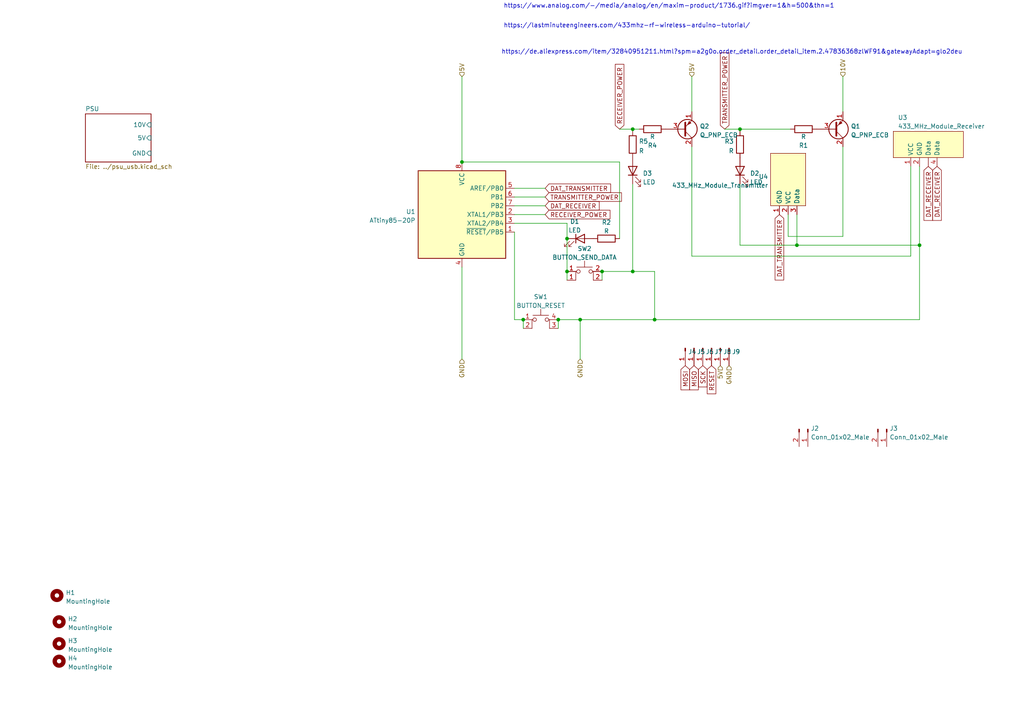
<source format=kicad_sch>
(kicad_sch (version 20211123) (generator eeschema)

  (uuid e63e39d7-6ac0-4ffd-8aa3-1841a4541b55)

  (paper "A4")

  (lib_symbols
    (symbol "Connector:Conn_01x01_Male" (pin_names (offset 1.016) hide) (in_bom yes) (on_board yes)
      (property "Reference" "J" (id 0) (at 0 2.54 0)
        (effects (font (size 1.27 1.27)))
      )
      (property "Value" "Conn_01x01_Male" (id 1) (at 0 -2.54 0)
        (effects (font (size 1.27 1.27)))
      )
      (property "Footprint" "" (id 2) (at 0 0 0)
        (effects (font (size 1.27 1.27)) hide)
      )
      (property "Datasheet" "~" (id 3) (at 0 0 0)
        (effects (font (size 1.27 1.27)) hide)
      )
      (property "ki_keywords" "connector" (id 4) (at 0 0 0)
        (effects (font (size 1.27 1.27)) hide)
      )
      (property "ki_description" "Generic connector, single row, 01x01, script generated (kicad-library-utils/schlib/autogen/connector/)" (id 5) (at 0 0 0)
        (effects (font (size 1.27 1.27)) hide)
      )
      (property "ki_fp_filters" "Connector*:*" (id 6) (at 0 0 0)
        (effects (font (size 1.27 1.27)) hide)
      )
      (symbol "Conn_01x01_Male_1_1"
        (polyline
          (pts
            (xy 1.27 0)
            (xy 0.8636 0)
          )
          (stroke (width 0.1524) (type default) (color 0 0 0 0))
          (fill (type none))
        )
        (rectangle (start 0.8636 0.127) (end 0 -0.127)
          (stroke (width 0.1524) (type default) (color 0 0 0 0))
          (fill (type outline))
        )
        (pin passive line (at 5.08 0 180) (length 3.81)
          (name "Pin_1" (effects (font (size 1.27 1.27))))
          (number "1" (effects (font (size 1.27 1.27))))
        )
      )
    )
    (symbol "Connector:Conn_01x02_Male" (pin_names (offset 1.016) hide) (in_bom yes) (on_board yes)
      (property "Reference" "J" (id 0) (at 0 2.54 0)
        (effects (font (size 1.27 1.27)))
      )
      (property "Value" "Conn_01x02_Male" (id 1) (at 0 -5.08 0)
        (effects (font (size 1.27 1.27)))
      )
      (property "Footprint" "" (id 2) (at 0 0 0)
        (effects (font (size 1.27 1.27)) hide)
      )
      (property "Datasheet" "~" (id 3) (at 0 0 0)
        (effects (font (size 1.27 1.27)) hide)
      )
      (property "ki_keywords" "connector" (id 4) (at 0 0 0)
        (effects (font (size 1.27 1.27)) hide)
      )
      (property "ki_description" "Generic connector, single row, 01x02, script generated (kicad-library-utils/schlib/autogen/connector/)" (id 5) (at 0 0 0)
        (effects (font (size 1.27 1.27)) hide)
      )
      (property "ki_fp_filters" "Connector*:*_1x??_*" (id 6) (at 0 0 0)
        (effects (font (size 1.27 1.27)) hide)
      )
      (symbol "Conn_01x02_Male_1_1"
        (polyline
          (pts
            (xy 1.27 -2.54)
            (xy 0.8636 -2.54)
          )
          (stroke (width 0.1524) (type default) (color 0 0 0 0))
          (fill (type none))
        )
        (polyline
          (pts
            (xy 1.27 0)
            (xy 0.8636 0)
          )
          (stroke (width 0.1524) (type default) (color 0 0 0 0))
          (fill (type none))
        )
        (rectangle (start 0.8636 -2.413) (end 0 -2.667)
          (stroke (width 0.1524) (type default) (color 0 0 0 0))
          (fill (type outline))
        )
        (rectangle (start 0.8636 0.127) (end 0 -0.127)
          (stroke (width 0.1524) (type default) (color 0 0 0 0))
          (fill (type outline))
        )
        (pin passive line (at 5.08 0 180) (length 3.81)
          (name "Pin_1" (effects (font (size 1.27 1.27))))
          (number "1" (effects (font (size 1.27 1.27))))
        )
        (pin passive line (at 5.08 -2.54 180) (length 3.81)
          (name "Pin_2" (effects (font (size 1.27 1.27))))
          (number "2" (effects (font (size 1.27 1.27))))
        )
      )
    )
    (symbol "Device:LED" (pin_numbers hide) (pin_names (offset 1.016) hide) (in_bom yes) (on_board yes)
      (property "Reference" "D" (id 0) (at 0 2.54 0)
        (effects (font (size 1.27 1.27)))
      )
      (property "Value" "LED" (id 1) (at 0 -2.54 0)
        (effects (font (size 1.27 1.27)))
      )
      (property "Footprint" "" (id 2) (at 0 0 0)
        (effects (font (size 1.27 1.27)) hide)
      )
      (property "Datasheet" "~" (id 3) (at 0 0 0)
        (effects (font (size 1.27 1.27)) hide)
      )
      (property "ki_keywords" "LED diode" (id 4) (at 0 0 0)
        (effects (font (size 1.27 1.27)) hide)
      )
      (property "ki_description" "Light emitting diode" (id 5) (at 0 0 0)
        (effects (font (size 1.27 1.27)) hide)
      )
      (property "ki_fp_filters" "LED* LED_SMD:* LED_THT:*" (id 6) (at 0 0 0)
        (effects (font (size 1.27 1.27)) hide)
      )
      (symbol "LED_0_1"
        (polyline
          (pts
            (xy -1.27 -1.27)
            (xy -1.27 1.27)
          )
          (stroke (width 0.254) (type default) (color 0 0 0 0))
          (fill (type none))
        )
        (polyline
          (pts
            (xy -1.27 0)
            (xy 1.27 0)
          )
          (stroke (width 0) (type default) (color 0 0 0 0))
          (fill (type none))
        )
        (polyline
          (pts
            (xy 1.27 -1.27)
            (xy 1.27 1.27)
            (xy -1.27 0)
            (xy 1.27 -1.27)
          )
          (stroke (width 0.254) (type default) (color 0 0 0 0))
          (fill (type none))
        )
        (polyline
          (pts
            (xy -3.048 -0.762)
            (xy -4.572 -2.286)
            (xy -3.81 -2.286)
            (xy -4.572 -2.286)
            (xy -4.572 -1.524)
          )
          (stroke (width 0) (type default) (color 0 0 0 0))
          (fill (type none))
        )
        (polyline
          (pts
            (xy -1.778 -0.762)
            (xy -3.302 -2.286)
            (xy -2.54 -2.286)
            (xy -3.302 -2.286)
            (xy -3.302 -1.524)
          )
          (stroke (width 0) (type default) (color 0 0 0 0))
          (fill (type none))
        )
      )
      (symbol "LED_1_1"
        (pin passive line (at -3.81 0 0) (length 2.54)
          (name "K" (effects (font (size 1.27 1.27))))
          (number "1" (effects (font (size 1.27 1.27))))
        )
        (pin passive line (at 3.81 0 180) (length 2.54)
          (name "A" (effects (font (size 1.27 1.27))))
          (number "2" (effects (font (size 1.27 1.27))))
        )
      )
    )
    (symbol "Device:Q_PNP_ECB" (pin_names (offset 0) hide) (in_bom yes) (on_board yes)
      (property "Reference" "Q" (id 0) (at 5.08 1.27 0)
        (effects (font (size 1.27 1.27)) (justify left))
      )
      (property "Value" "Q_PNP_ECB" (id 1) (at 5.08 -1.27 0)
        (effects (font (size 1.27 1.27)) (justify left))
      )
      (property "Footprint" "" (id 2) (at 5.08 2.54 0)
        (effects (font (size 1.27 1.27)) hide)
      )
      (property "Datasheet" "~" (id 3) (at 0 0 0)
        (effects (font (size 1.27 1.27)) hide)
      )
      (property "ki_keywords" "transistor PNP" (id 4) (at 0 0 0)
        (effects (font (size 1.27 1.27)) hide)
      )
      (property "ki_description" "PNP transistor, emitter/collector/base" (id 5) (at 0 0 0)
        (effects (font (size 1.27 1.27)) hide)
      )
      (symbol "Q_PNP_ECB_0_1"
        (polyline
          (pts
            (xy 0.635 0.635)
            (xy 2.54 2.54)
          )
          (stroke (width 0) (type default) (color 0 0 0 0))
          (fill (type none))
        )
        (polyline
          (pts
            (xy 0.635 -0.635)
            (xy 2.54 -2.54)
            (xy 2.54 -2.54)
          )
          (stroke (width 0) (type default) (color 0 0 0 0))
          (fill (type none))
        )
        (polyline
          (pts
            (xy 0.635 1.905)
            (xy 0.635 -1.905)
            (xy 0.635 -1.905)
          )
          (stroke (width 0.508) (type default) (color 0 0 0 0))
          (fill (type none))
        )
        (polyline
          (pts
            (xy 2.286 -1.778)
            (xy 1.778 -2.286)
            (xy 1.27 -1.27)
            (xy 2.286 -1.778)
            (xy 2.286 -1.778)
          )
          (stroke (width 0) (type default) (color 0 0 0 0))
          (fill (type outline))
        )
        (circle (center 1.27 0) (radius 2.8194)
          (stroke (width 0.254) (type default) (color 0 0 0 0))
          (fill (type none))
        )
      )
      (symbol "Q_PNP_ECB_1_1"
        (pin passive line (at 2.54 -5.08 90) (length 2.54)
          (name "E" (effects (font (size 1.27 1.27))))
          (number "1" (effects (font (size 1.27 1.27))))
        )
        (pin passive line (at 2.54 5.08 270) (length 2.54)
          (name "C" (effects (font (size 1.27 1.27))))
          (number "2" (effects (font (size 1.27 1.27))))
        )
        (pin input line (at -5.08 0 0) (length 5.715)
          (name "B" (effects (font (size 1.27 1.27))))
          (number "3" (effects (font (size 1.27 1.27))))
        )
      )
    )
    (symbol "Device:R" (pin_numbers hide) (pin_names (offset 0)) (in_bom yes) (on_board yes)
      (property "Reference" "R" (id 0) (at 2.032 0 90)
        (effects (font (size 1.27 1.27)))
      )
      (property "Value" "R" (id 1) (at 0 0 90)
        (effects (font (size 1.27 1.27)))
      )
      (property "Footprint" "" (id 2) (at -1.778 0 90)
        (effects (font (size 1.27 1.27)) hide)
      )
      (property "Datasheet" "~" (id 3) (at 0 0 0)
        (effects (font (size 1.27 1.27)) hide)
      )
      (property "ki_keywords" "R res resistor" (id 4) (at 0 0 0)
        (effects (font (size 1.27 1.27)) hide)
      )
      (property "ki_description" "Resistor" (id 5) (at 0 0 0)
        (effects (font (size 1.27 1.27)) hide)
      )
      (property "ki_fp_filters" "R_*" (id 6) (at 0 0 0)
        (effects (font (size 1.27 1.27)) hide)
      )
      (symbol "R_0_1"
        (rectangle (start -1.016 -2.54) (end 1.016 2.54)
          (stroke (width 0.254) (type default) (color 0 0 0 0))
          (fill (type none))
        )
      )
      (symbol "R_1_1"
        (pin passive line (at 0 3.81 270) (length 1.27)
          (name "~" (effects (font (size 1.27 1.27))))
          (number "1" (effects (font (size 1.27 1.27))))
        )
        (pin passive line (at 0 -3.81 90) (length 1.27)
          (name "~" (effects (font (size 1.27 1.27))))
          (number "2" (effects (font (size 1.27 1.27))))
        )
      )
    )
    (symbol "MCU_Microchip_ATtiny:ATtiny85-20P" (in_bom yes) (on_board yes)
      (property "Reference" "U" (id 0) (at -12.7 13.97 0)
        (effects (font (size 1.27 1.27)) (justify left bottom))
      )
      (property "Value" "ATtiny85-20P" (id 1) (at 2.54 -13.97 0)
        (effects (font (size 1.27 1.27)) (justify left top))
      )
      (property "Footprint" "Package_DIP:DIP-8_W7.62mm" (id 2) (at 0 0 0)
        (effects (font (size 1.27 1.27) italic) hide)
      )
      (property "Datasheet" "http://ww1.microchip.com/downloads/en/DeviceDoc/atmel-2586-avr-8-bit-microcontroller-attiny25-attiny45-attiny85_datasheet.pdf" (id 3) (at 0 0 0)
        (effects (font (size 1.27 1.27)) hide)
      )
      (property "ki_keywords" "AVR 8bit Microcontroller tinyAVR" (id 4) (at 0 0 0)
        (effects (font (size 1.27 1.27)) hide)
      )
      (property "ki_description" "20MHz, 8kB Flash, 512B SRAM, 512B EEPROM, debugWIRE, DIP-8" (id 5) (at 0 0 0)
        (effects (font (size 1.27 1.27)) hide)
      )
      (property "ki_fp_filters" "DIP*W7.62mm*" (id 6) (at 0 0 0)
        (effects (font (size 1.27 1.27)) hide)
      )
      (symbol "ATtiny85-20P_0_1"
        (rectangle (start -12.7 -12.7) (end 12.7 12.7)
          (stroke (width 0.254) (type default) (color 0 0 0 0))
          (fill (type background))
        )
      )
      (symbol "ATtiny85-20P_1_1"
        (pin bidirectional line (at 15.24 -5.08 180) (length 2.54)
          (name "~{RESET}/PB5" (effects (font (size 1.27 1.27))))
          (number "1" (effects (font (size 1.27 1.27))))
        )
        (pin bidirectional line (at 15.24 0 180) (length 2.54)
          (name "XTAL1/PB3" (effects (font (size 1.27 1.27))))
          (number "2" (effects (font (size 1.27 1.27))))
        )
        (pin bidirectional line (at 15.24 -2.54 180) (length 2.54)
          (name "XTAL2/PB4" (effects (font (size 1.27 1.27))))
          (number "3" (effects (font (size 1.27 1.27))))
        )
        (pin power_in line (at 0 -15.24 90) (length 2.54)
          (name "GND" (effects (font (size 1.27 1.27))))
          (number "4" (effects (font (size 1.27 1.27))))
        )
        (pin bidirectional line (at 15.24 7.62 180) (length 2.54)
          (name "AREF/PB0" (effects (font (size 1.27 1.27))))
          (number "5" (effects (font (size 1.27 1.27))))
        )
        (pin bidirectional line (at 15.24 5.08 180) (length 2.54)
          (name "PB1" (effects (font (size 1.27 1.27))))
          (number "6" (effects (font (size 1.27 1.27))))
        )
        (pin bidirectional line (at 15.24 2.54 180) (length 2.54)
          (name "PB2" (effects (font (size 1.27 1.27))))
          (number "7" (effects (font (size 1.27 1.27))))
        )
        (pin power_in line (at 0 15.24 270) (length 2.54)
          (name "VCC" (effects (font (size 1.27 1.27))))
          (number "8" (effects (font (size 1.27 1.27))))
        )
      )
    )
    (symbol "Mechanical:MountingHole" (pin_names (offset 1.016)) (in_bom yes) (on_board yes)
      (property "Reference" "H" (id 0) (at 0 5.08 0)
        (effects (font (size 1.27 1.27)))
      )
      (property "Value" "MountingHole" (id 1) (at 0 3.175 0)
        (effects (font (size 1.27 1.27)))
      )
      (property "Footprint" "" (id 2) (at 0 0 0)
        (effects (font (size 1.27 1.27)) hide)
      )
      (property "Datasheet" "~" (id 3) (at 0 0 0)
        (effects (font (size 1.27 1.27)) hide)
      )
      (property "ki_keywords" "mounting hole" (id 4) (at 0 0 0)
        (effects (font (size 1.27 1.27)) hide)
      )
      (property "ki_description" "Mounting Hole without connection" (id 5) (at 0 0 0)
        (effects (font (size 1.27 1.27)) hide)
      )
      (property "ki_fp_filters" "MountingHole*" (id 6) (at 0 0 0)
        (effects (font (size 1.27 1.27)) hide)
      )
      (symbol "MountingHole_0_1"
        (circle (center 0 0) (radius 1.27)
          (stroke (width 1.27) (type default) (color 0 0 0 0))
          (fill (type none))
        )
      )
    )
    (symbol "RF_Module:433_MHz_Module_Receiver" (in_bom yes) (on_board yes)
      (property "Reference" "U" (id 0) (at 0 0 0)
        (effects (font (size 1.27 1.27)))
      )
      (property "Value" "433_MHz_Module_Receiver" (id 1) (at 0 12.7 0)
        (effects (font (size 1.27 1.27)))
      )
      (property "Footprint" "RF_Module:433MHz_Modul_Receiver" (id 2) (at 0 0 0)
        (effects (font (size 1.27 1.27)) hide)
      )
      (property "Datasheet" "" (id 3) (at 0 0 0)
        (effects (font (size 1.27 1.27)) hide)
      )
      (symbol "433_MHz_Module_Receiver_0_1"
        (rectangle (start -10.16 10.16) (end 10.16 2.54)
          (stroke (width 0.1524) (type default) (color 0 0 0 0))
          (fill (type background))
        )
      )
      (symbol "433_MHz_Module_Receiver_1_1"
        (pin output line (at 0 0 90) (length 2.54)
          (name "Data" (effects (font (size 1.27 1.27))))
          (number "" (effects (font (size 1.27 1.27))))
        )
        (pin power_in line (at -5.08 0 90) (length 2.54)
          (name "VCC" (effects (font (size 1.27 1.27))))
          (number "1" (effects (font (size 1.27 1.27))))
        )
        (pin power_in line (at -2.54 0 90) (length 2.54)
          (name "GND" (effects (font (size 1.27 1.27))))
          (number "2" (effects (font (size 1.27 1.27))))
        )
        (pin output line (at 2.54 0 90) (length 2.54)
          (name "Data" (effects (font (size 1.27 1.27))))
          (number "4" (effects (font (size 1.27 1.27))))
        )
      )
    )
    (symbol "RF_Module:433_MHz_Module_Transmitter" (in_bom yes) (on_board yes)
      (property "Reference" "U" (id 0) (at 0 0 0)
        (effects (font (size 1.27 1.27)))
      )
      (property "Value" "433_MHz_Module_Transmitter" (id 1) (at 0 0 0)
        (effects (font (size 1.27 1.27)))
      )
      (property "Footprint" "RF_Module:433MHz_Modul_Transmitter" (id 2) (at 0 0 0)
        (effects (font (size 1.27 1.27)) hide)
      )
      (property "Datasheet" "" (id 3) (at 0 0 0)
        (effects (font (size 1.27 1.27)) hide)
      )
      (symbol "433_MHz_Module_Transmitter_0_1"
        (rectangle (start -7.62 12.7) (end 7.62 2.54)
          (stroke (width 0.1524) (type default) (color 0 0 0 0))
          (fill (type background))
        )
      )
      (symbol "433_MHz_Module_Transmitter_1_1"
        (pin power_in line (at 10.16 10.16 180) (length 2.54)
          (name "GND" (effects (font (size 1.27 1.27))))
          (number "1" (effects (font (size 1.27 1.27))))
        )
        (pin power_in line (at 10.16 7.62 180) (length 2.54)
          (name "VCC" (effects (font (size 1.27 1.27))))
          (number "2" (effects (font (size 1.27 1.27))))
        )
        (pin input line (at 10.16 5.08 180) (length 2.54)
          (name "Data" (effects (font (size 1.27 1.27))))
          (number "3" (effects (font (size 1.27 1.27))))
        )
      )
    )
    (symbol "SW_MEC_5E_1" (pin_names (offset 1.016) hide) (in_bom yes) (on_board yes)
      (property "Reference" "SW2" (id 0) (at 0 9.1608 0)
        (effects (font (size 1.27 1.27)))
      )
      (property "Value" "SW_MEC_5E_1" (id 1) (at 0 6.6239 0)
        (effects (font (size 1.27 1.27)))
      )
      (property "Footprint" "Button_Switch_THT:SW_PUSH_6mm" (id 2) (at 0 7.62 0)
        (effects (font (size 1.27 1.27)) hide)
      )
      (property "Datasheet" "http://www.apem.com/int/index.php?controller=attachment&id_attachment=1371" (id 3) (at 0 7.62 0)
        (effects (font (size 1.27 1.27)) hide)
      )
      (property "ki_keywords" "switch normally-open pushbutton push-button" (id 4) (at 0 0 0)
        (effects (font (size 1.27 1.27)) hide)
      )
      (property "ki_description" "MEC 5E single pole normally-open tactile switch" (id 5) (at 0 0 0)
        (effects (font (size 1.27 1.27)) hide)
      )
      (property "ki_fp_filters" "SW*MEC*5G*" (id 6) (at 0 0 0)
        (effects (font (size 1.27 1.27)) hide)
      )
      (symbol "SW_MEC_5E_1_0_1"
        (circle (center -1.778 2.54) (radius 0.508)
          (stroke (width 0) (type default) (color 0 0 0 0))
          (fill (type none))
        )
        (polyline
          (pts
            (xy -2.286 3.81)
            (xy 2.286 3.81)
          )
          (stroke (width 0) (type default) (color 0 0 0 0))
          (fill (type none))
        )
        (polyline
          (pts
            (xy 0 3.81)
            (xy 0 5.588)
          )
          (stroke (width 0) (type default) (color 0 0 0 0))
          (fill (type none))
        )
        (polyline
          (pts
            (xy -2.54 0)
            (xy -2.54 2.54)
            (xy -2.286 2.54)
          )
          (stroke (width 0) (type default) (color 0 0 0 0))
          (fill (type none))
        )
        (polyline
          (pts
            (xy 2.54 0)
            (xy 2.54 2.54)
            (xy 2.286 2.54)
          )
          (stroke (width 0) (type default) (color 0 0 0 0))
          (fill (type none))
        )
        (circle (center 1.778 2.54) (radius 0.508)
          (stroke (width 0) (type default) (color 0 0 0 0))
          (fill (type none))
        )
        (pin passive line (at -5.08 0 0) (length 2.54)
          (name "1" (effects (font (size 1.27 1.27))))
          (number "1" (effects (font (size 1.27 1.27))))
        )
        (pin passive line (at -5.08 2.54 0) (length 2.54)
          (name "1" (effects (font (size 1.27 1.27))))
          (number "1" (effects (font (size 1.27 1.27))))
        )
        (pin passive line (at 5.08 0 180) (length 2.54)
          (name "2" (effects (font (size 1.27 1.27))))
          (number "2" (effects (font (size 1.27 1.27))))
        )
        (pin passive line (at 5.08 2.54 180) (length 2.54)
          (name "2" (effects (font (size 1.27 1.27))))
          (number "2" (effects (font (size 1.27 1.27))))
        )
      )
    )
    (symbol "Switch:SW_MEC_5E" (pin_names (offset 1.016) hide) (in_bom yes) (on_board yes)
      (property "Reference" "SW" (id 0) (at 0.635 5.715 0)
        (effects (font (size 1.27 1.27)) (justify left))
      )
      (property "Value" "SW_MEC_5E" (id 1) (at 0 -3.175 0)
        (effects (font (size 1.27 1.27)))
      )
      (property "Footprint" "" (id 2) (at 0 7.62 0)
        (effects (font (size 1.27 1.27)) hide)
      )
      (property "Datasheet" "http://www.apem.com/int/index.php?controller=attachment&id_attachment=1371" (id 3) (at 0 7.62 0)
        (effects (font (size 1.27 1.27)) hide)
      )
      (property "ki_keywords" "switch normally-open pushbutton push-button" (id 4) (at 0 0 0)
        (effects (font (size 1.27 1.27)) hide)
      )
      (property "ki_description" "MEC 5E single pole normally-open tactile switch" (id 5) (at 0 0 0)
        (effects (font (size 1.27 1.27)) hide)
      )
      (property "ki_fp_filters" "SW*MEC*5G*" (id 6) (at 0 0 0)
        (effects (font (size 1.27 1.27)) hide)
      )
      (symbol "SW_MEC_5E_0_1"
        (circle (center -1.778 2.54) (radius 0.508)
          (stroke (width 0) (type default) (color 0 0 0 0))
          (fill (type none))
        )
        (polyline
          (pts
            (xy -2.286 3.81)
            (xy 2.286 3.81)
          )
          (stroke (width 0) (type default) (color 0 0 0 0))
          (fill (type none))
        )
        (polyline
          (pts
            (xy 0 3.81)
            (xy 0 5.588)
          )
          (stroke (width 0) (type default) (color 0 0 0 0))
          (fill (type none))
        )
        (polyline
          (pts
            (xy -2.54 0)
            (xy -2.54 2.54)
            (xy -2.286 2.54)
          )
          (stroke (width 0) (type default) (color 0 0 0 0))
          (fill (type none))
        )
        (polyline
          (pts
            (xy 2.54 0)
            (xy 2.54 2.54)
            (xy 2.286 2.54)
          )
          (stroke (width 0) (type default) (color 0 0 0 0))
          (fill (type none))
        )
        (circle (center 1.778 2.54) (radius 0.508)
          (stroke (width 0) (type default) (color 0 0 0 0))
          (fill (type none))
        )
        (pin passive line (at -5.08 2.54 0) (length 2.54)
          (name "1" (effects (font (size 1.27 1.27))))
          (number "1" (effects (font (size 1.27 1.27))))
        )
        (pin passive line (at -5.08 0 0) (length 2.54)
          (name "2" (effects (font (size 1.27 1.27))))
          (number "2" (effects (font (size 1.27 1.27))))
        )
        (pin passive line (at 5.08 0 180) (length 2.54)
          (name "K" (effects (font (size 1.27 1.27))))
          (number "3" (effects (font (size 1.27 1.27))))
        )
        (pin passive line (at 5.08 2.54 180) (length 2.54)
          (name "A" (effects (font (size 1.27 1.27))))
          (number "4" (effects (font (size 1.27 1.27))))
        )
      )
    )
  )

  (junction (at 214.63 37.465) (diameter 0) (color 0 0 0 0)
    (uuid 039aa847-2c8d-4a60-84fe-190236d5fbae)
  )
  (junction (at 164.465 69.215) (diameter 0) (color 0 0 0 0)
    (uuid 1c27c340-6a02-4fee-888a-eb9f04c06887)
  )
  (junction (at 161.925 92.71) (diameter 0) (color 0 0 0 0)
    (uuid 2c8acd3f-d257-4aff-9d4b-bd9748f7ab31)
  )
  (junction (at 168.275 92.71) (diameter 0) (color 0 0 0 0)
    (uuid 2fd01a2f-314f-4a06-b7c3-228477fcc13b)
  )
  (junction (at 266.7 71.12) (diameter 0) (color 0 0 0 0)
    (uuid 389d27fd-a640-4315-8449-3294b16184b1)
  )
  (junction (at 189.865 92.71) (diameter 0) (color 0 0 0 0)
    (uuid 3dd7885a-799b-4ef4-adae-861f77d3e88e)
  )
  (junction (at 133.985 46.99) (diameter 0) (color 0 0 0 0)
    (uuid 50dd1bda-06b2-438a-83d2-22fb4a116aff)
  )
  (junction (at 164.465 78.74) (diameter 0) (color 0 0 0 0)
    (uuid 61b3341c-681d-4222-956a-69eed1059a6b)
  )
  (junction (at 231.14 71.12) (diameter 0) (color 0 0 0 0)
    (uuid 731118c0-7e46-4f34-afde-923850fe1116)
  )
  (junction (at 174.625 78.74) (diameter 0) (color 0 0 0 0)
    (uuid 9cb4566d-3f9b-473a-9798-820b45fa004b)
  )
  (junction (at 183.515 37.465) (diameter 0) (color 0 0 0 0)
    (uuid 9dbf7dee-9ce5-4900-baa7-152913f23eae)
  )
  (junction (at 151.765 92.71) (diameter 0) (color 0 0 0 0)
    (uuid c718532b-cf5f-40f0-be56-d20753a011e6)
  )
  (junction (at 183.515 78.74) (diameter 0) (color 0 0 0 0)
    (uuid e7262fb7-7dd2-440b-95ee-77639770ddcb)
  )

  (wire (pts (xy 149.225 54.61) (xy 158.115 54.61))
    (stroke (width 0) (type default) (color 0 0 0 0))
    (uuid 0183a099-6538-4740-a636-f951011ac2ad)
  )
  (wire (pts (xy 210.185 37.465) (xy 214.63 37.465))
    (stroke (width 0) (type default) (color 0 0 0 0))
    (uuid 061b56ac-81c0-4ecc-9fa5-47e38e3f6351)
  )
  (wire (pts (xy 264.16 74.295) (xy 264.16 48.26))
    (stroke (width 0) (type default) (color 0 0 0 0))
    (uuid 069d564d-5be4-4d28-be89-96f2299a658a)
  )
  (wire (pts (xy 266.7 92.71) (xy 189.865 92.71))
    (stroke (width 0) (type default) (color 0 0 0 0))
    (uuid 0f58d4c9-d5db-49cf-933c-01528a884717)
  )
  (wire (pts (xy 214.63 38.1) (xy 214.63 37.465))
    (stroke (width 0) (type default) (color 0 0 0 0))
    (uuid 18b54ebe-8dce-4b72-a839-5d5d5128530d)
  )
  (wire (pts (xy 214.63 37.465) (xy 229.235 37.465))
    (stroke (width 0) (type default) (color 0 0 0 0))
    (uuid 1ad5c265-c931-4eb8-8d65-46519581b2c1)
  )
  (wire (pts (xy 133.985 77.47) (xy 133.985 104.14))
    (stroke (width 0) (type default) (color 0 0 0 0))
    (uuid 1d830964-033f-4a9c-8f2a-38726e9d8524)
  )
  (wire (pts (xy 149.225 62.23) (xy 158.115 62.23))
    (stroke (width 0) (type default) (color 0 0 0 0))
    (uuid 22e4ea4f-10c6-4a0c-90d3-3b953e1e3854)
  )
  (wire (pts (xy 231.14 71.12) (xy 266.7 71.12))
    (stroke (width 0) (type default) (color 0 0 0 0))
    (uuid 2df7ac1f-41b3-49b9-85b1-a83511c38d84)
  )
  (wire (pts (xy 183.515 78.74) (xy 189.865 78.74))
    (stroke (width 0) (type default) (color 0 0 0 0))
    (uuid 32d5c997-792e-48e5-bcec-92d211930b46)
  )
  (wire (pts (xy 228.6 62.23) (xy 228.6 68.58))
    (stroke (width 0) (type default) (color 0 0 0 0))
    (uuid 374c7347-a0a4-4c9d-afd9-043476eec144)
  )
  (wire (pts (xy 214.63 71.12) (xy 231.14 71.12))
    (stroke (width 0) (type default) (color 0 0 0 0))
    (uuid 4a3198d6-d9c7-4994-9840-6defe7dcf9b2)
  )
  (wire (pts (xy 200.66 74.295) (xy 264.16 74.295))
    (stroke (width 0) (type default) (color 0 0 0 0))
    (uuid 4af30a61-31d1-4a54-bc14-f8975e39676b)
  )
  (wire (pts (xy 200.66 42.545) (xy 200.66 74.295))
    (stroke (width 0) (type default) (color 0 0 0 0))
    (uuid 4bba0d63-36c0-4e2f-9dd8-8bdc2ee599d9)
  )
  (wire (pts (xy 174.625 78.74) (xy 183.515 78.74))
    (stroke (width 0) (type default) (color 0 0 0 0))
    (uuid 5d96dab0-e7b3-4f5a-8de2-a55c410fa2a0)
  )
  (wire (pts (xy 133.985 46.99) (xy 179.705 46.99))
    (stroke (width 0) (type default) (color 0 0 0 0))
    (uuid 6293dd74-53a7-4273-8879-7cdc787084f4)
  )
  (wire (pts (xy 244.475 42.545) (xy 244.475 68.58))
    (stroke (width 0) (type default) (color 0 0 0 0))
    (uuid 692b0976-4f4c-4039-ac01-731a0a2e8933)
  )
  (wire (pts (xy 149.225 64.77) (xy 164.465 64.77))
    (stroke (width 0) (type default) (color 0 0 0 0))
    (uuid 69767b84-1d6c-49af-9708-56f193501f05)
  )
  (wire (pts (xy 244.475 32.385) (xy 244.475 22.225))
    (stroke (width 0) (type default) (color 0 0 0 0))
    (uuid 6f6cc1de-e2f9-4e69-a950-1e6992caa453)
  )
  (wire (pts (xy 214.63 53.34) (xy 214.63 71.12))
    (stroke (width 0) (type default) (color 0 0 0 0))
    (uuid 7cc5e768-35f6-493a-b64d-43109c8fef9e)
  )
  (wire (pts (xy 168.275 92.71) (xy 189.865 92.71))
    (stroke (width 0) (type default) (color 0 0 0 0))
    (uuid 818c569c-0ddc-4859-bba1-11788e997033)
  )
  (wire (pts (xy 228.6 68.58) (xy 244.475 68.58))
    (stroke (width 0) (type default) (color 0 0 0 0))
    (uuid 83547378-7ae7-4c32-9c6f-3d8cbab87b79)
  )
  (wire (pts (xy 183.515 37.465) (xy 185.42 37.465))
    (stroke (width 0) (type default) (color 0 0 0 0))
    (uuid 8b4ecff9-8626-474c-9fb2-dadadf15d51a)
  )
  (wire (pts (xy 133.985 22.225) (xy 133.985 46.99))
    (stroke (width 0) (type default) (color 0 0 0 0))
    (uuid 8dd81648-430f-4328-9784-c8d9aad7b841)
  )
  (wire (pts (xy 266.7 48.26) (xy 266.7 71.12))
    (stroke (width 0) (type default) (color 0 0 0 0))
    (uuid 8e7b98f0-3bb3-42eb-a24f-3ed8fb5055f0)
  )
  (wire (pts (xy 149.225 67.31) (xy 149.225 92.71))
    (stroke (width 0) (type default) (color 0 0 0 0))
    (uuid 901e02a6-8266-4b32-a1d8-0582aa796560)
  )
  (wire (pts (xy 149.225 57.15) (xy 158.115 57.15))
    (stroke (width 0) (type default) (color 0 0 0 0))
    (uuid 98576b27-23d4-4da0-80fc-b8cae9e1cd39)
  )
  (wire (pts (xy 179.705 69.215) (xy 179.705 46.99))
    (stroke (width 0) (type default) (color 0 0 0 0))
    (uuid 99399ef0-e623-4557-9f74-e37e31dd03f0)
  )
  (wire (pts (xy 168.275 92.71) (xy 168.275 104.14))
    (stroke (width 0) (type default) (color 0 0 0 0))
    (uuid 99cabdb1-8931-4012-a721-c21208499ab3)
  )
  (wire (pts (xy 183.515 53.34) (xy 183.515 78.74))
    (stroke (width 0) (type default) (color 0 0 0 0))
    (uuid 9a760253-0fa3-401c-bb12-dcc7ef44a2af)
  )
  (wire (pts (xy 164.465 64.77) (xy 164.465 69.215))
    (stroke (width 0) (type default) (color 0 0 0 0))
    (uuid a0e97c12-9230-4c18-84b8-829068b60b97)
  )
  (wire (pts (xy 179.705 37.465) (xy 183.515 37.465))
    (stroke (width 0) (type default) (color 0 0 0 0))
    (uuid a7f3fc14-6824-4ebf-88bc-b8845a494327)
  )
  (wire (pts (xy 151.765 92.71) (xy 151.765 95.25))
    (stroke (width 0) (type default) (color 0 0 0 0))
    (uuid a91947bd-0fee-47c1-b353-d087feadc3a8)
  )
  (wire (pts (xy 164.465 78.74) (xy 164.465 81.28))
    (stroke (width 0) (type default) (color 0 0 0 0))
    (uuid ae953229-bba9-4563-a2a3-599c47f8aa85)
  )
  (wire (pts (xy 161.925 92.71) (xy 168.275 92.71))
    (stroke (width 0) (type default) (color 0 0 0 0))
    (uuid b66ed849-b13b-472a-b7a5-e024084b9955)
  )
  (wire (pts (xy 266.7 71.12) (xy 266.7 92.71))
    (stroke (width 0) (type default) (color 0 0 0 0))
    (uuid bd3dee1b-0ca2-4e61-b4ff-bb0220c86657)
  )
  (wire (pts (xy 183.515 38.1) (xy 183.515 37.465))
    (stroke (width 0) (type default) (color 0 0 0 0))
    (uuid bfbc173b-9fbc-4969-9ed9-fc4e090f84f0)
  )
  (wire (pts (xy 161.925 92.71) (xy 161.925 95.25))
    (stroke (width 0) (type default) (color 0 0 0 0))
    (uuid ca4c9512-0aa5-4523-a918-bd8985bb92a4)
  )
  (wire (pts (xy 174.625 78.74) (xy 174.625 81.28))
    (stroke (width 0) (type default) (color 0 0 0 0))
    (uuid cdc465bd-03d9-49a4-9f41-49ab712a6ccb)
  )
  (wire (pts (xy 189.865 78.74) (xy 189.865 92.71))
    (stroke (width 0) (type default) (color 0 0 0 0))
    (uuid e1c3832d-e01b-4e5b-89bc-440040e02fea)
  )
  (wire (pts (xy 149.225 59.69) (xy 158.115 59.69))
    (stroke (width 0) (type default) (color 0 0 0 0))
    (uuid e6e8c033-a917-4870-9b9d-af94b88b218a)
  )
  (wire (pts (xy 231.14 62.23) (xy 231.14 71.12))
    (stroke (width 0) (type default) (color 0 0 0 0))
    (uuid ea8f8aca-2654-463b-8ef4-9403259318d9)
  )
  (wire (pts (xy 149.225 92.71) (xy 151.765 92.71))
    (stroke (width 0) (type default) (color 0 0 0 0))
    (uuid f0aa1af2-ebcf-4fb0-a86b-03fe5ad98f93)
  )
  (wire (pts (xy 200.66 32.385) (xy 200.66 22.225))
    (stroke (width 0) (type default) (color 0 0 0 0))
    (uuid f2a6001f-d2b9-4cf0-9be8-0ce3db789d96)
  )
  (wire (pts (xy 164.465 69.215) (xy 164.465 78.74))
    (stroke (width 0) (type default) (color 0 0 0 0))
    (uuid ffdc997c-229a-4767-b3a5-c6d0b69f1290)
  )

  (text "https://www.analog.com/-/media/analog/en/maxim-product/1736.gif?imgver=1&h=500&thn=1"
    (at 146.05 2.54 0)
    (effects (font (size 1.27 1.27)) (justify left bottom))
    (uuid 01422660-08c8-48f3-98ca-26cbe7f98f5b)
  )
  (text "https://de.aliexpress.com/item/32840951211.html?spm=a2g0o.order_detail.order_detail_item.2.47836368zlWF91&gatewayAdapt=glo2deu"
    (at 145.415 15.875 0)
    (effects (font (size 1.27 1.27)) (justify left bottom))
    (uuid 8326c248-4963-4df7-8949-20fc1935f203)
  )
  (text "https://lastminuteengineers.com/433mhz-rf-wireless-arduino-tutorial/"
    (at 146.05 8.255 0)
    (effects (font (size 1.27 1.27)) (justify left bottom))
    (uuid fa4643d2-2d29-4206-89d3-2ea6041fc5c2)
  )

  (global_label "RESET" (shape input) (at 206.375 106.045 270) (fields_autoplaced)
    (effects (font (size 1.27 1.27)) (justify right))
    (uuid 1d8a20f9-7ca5-4e2e-be93-cedad14865ed)
    (property "Intersheet References" "${INTERSHEET_REFS}" (id 0) (at 206.2956 114.2033 90)
      (effects (font (size 1.27 1.27)) (justify right) hide)
    )
  )
  (global_label "TRANSMITTER_POWER" (shape input) (at 210.185 37.465 90) (fields_autoplaced)
    (effects (font (size 1.27 1.27)) (justify left))
    (uuid 274488c6-4e78-4f4a-8158-6f43bfb6a837)
    (property "Intersheet References" "${INTERSHEET_REFS}" (id 0) (at 210.1056 15.3367 90)
      (effects (font (size 1.27 1.27)) (justify left) hide)
    )
  )
  (global_label "DAT_RECEIVER" (shape input) (at 269.24 48.26 270) (fields_autoplaced)
    (effects (font (size 1.27 1.27)) (justify right))
    (uuid 3a0cf684-9314-4fb6-9ddc-2a63ae12e48c)
    (property "Intersheet References" "${INTERSHEET_REFS}" (id 0) (at 269.1606 63.9174 90)
      (effects (font (size 1.27 1.27)) (justify right) hide)
    )
  )
  (global_label "RECEIVER_POWER" (shape input) (at 158.115 62.23 0) (fields_autoplaced)
    (effects (font (size 1.27 1.27)) (justify left))
    (uuid 3ffccddd-814e-4ca1-b219-9c0c160eead8)
    (property "Intersheet References" "${INTERSHEET_REFS}" (id 0) (at 176.9171 62.1506 0)
      (effects (font (size 1.27 1.27)) (justify left) hide)
    )
  )
  (global_label "TRANSMITTER_POWER" (shape input) (at 158.115 57.15 0) (fields_autoplaced)
    (effects (font (size 1.27 1.27)) (justify left))
    (uuid 414b72ea-545f-4ba0-90bc-a1800294c1b9)
    (property "Intersheet References" "${INTERSHEET_REFS}" (id 0) (at 180.2433 57.2294 0)
      (effects (font (size 1.27 1.27)) (justify left) hide)
    )
  )
  (global_label "DAT_TRANSMITTER" (shape input) (at 158.115 54.61 0) (fields_autoplaced)
    (effects (font (size 1.27 1.27)) (justify left))
    (uuid 69e2e47e-1a0d-4eaf-9dbd-027c644c9af2)
    (property "Intersheet References" "${INTERSHEET_REFS}" (id 0) (at 177.0986 54.6894 0)
      (effects (font (size 1.27 1.27)) (justify left) hide)
    )
  )
  (global_label "RECEIVER_POWER" (shape input) (at 179.705 37.465 90) (fields_autoplaced)
    (effects (font (size 1.27 1.27)) (justify left))
    (uuid 7e17f5f0-8732-418f-ad3f-bae42c7b3789)
    (property "Intersheet References" "${INTERSHEET_REFS}" (id 0) (at 179.6256 18.6629 90)
      (effects (font (size 1.27 1.27)) (justify left) hide)
    )
  )
  (global_label "SCK" (shape input) (at 203.835 106.045 270) (fields_autoplaced)
    (effects (font (size 1.27 1.27)) (justify right))
    (uuid 9f7d1440-27c1-4d45-be98-22d8b69d4019)
    (property "Intersheet References" "${INTERSHEET_REFS}" (id 0) (at 203.7556 112.2076 90)
      (effects (font (size 1.27 1.27)) (justify right) hide)
    )
  )
  (global_label "DAT_RECEIVER" (shape input) (at 158.115 59.69 0) (fields_autoplaced)
    (effects (font (size 1.27 1.27)) (justify left))
    (uuid c59324ab-c01c-464f-bd01-a1cffe4e3a14)
    (property "Intersheet References" "${INTERSHEET_REFS}" (id 0) (at 173.7724 59.7694 0)
      (effects (font (size 1.27 1.27)) (justify left) hide)
    )
  )
  (global_label "MISO" (shape input) (at 201.295 106.045 270) (fields_autoplaced)
    (effects (font (size 1.27 1.27)) (justify right))
    (uuid e051e11b-41de-4586-92ac-42914538f75b)
    (property "Intersheet References" "${INTERSHEET_REFS}" (id 0) (at 201.2156 113.0543 90)
      (effects (font (size 1.27 1.27)) (justify right) hide)
    )
  )
  (global_label "MOSI" (shape input) (at 198.755 106.045 270) (fields_autoplaced)
    (effects (font (size 1.27 1.27)) (justify right))
    (uuid f174cdf2-3b8b-4f82-96ba-d018983561cc)
    (property "Intersheet References" "${INTERSHEET_REFS}" (id 0) (at 198.6756 113.0543 90)
      (effects (font (size 1.27 1.27)) (justify right) hide)
    )
  )
  (global_label "DAT_TRANSMITTER" (shape input) (at 226.06 62.23 270) (fields_autoplaced)
    (effects (font (size 1.27 1.27)) (justify right))
    (uuid f21493bc-7539-494e-894d-50c7ee8c899b)
    (property "Intersheet References" "${INTERSHEET_REFS}" (id 0) (at 225.9806 81.2136 90)
      (effects (font (size 1.27 1.27)) (justify right) hide)
    )
  )
  (global_label "DAT_RECEIVER" (shape input) (at 271.78 48.26 270) (fields_autoplaced)
    (effects (font (size 1.27 1.27)) (justify right))
    (uuid fd8c4f4f-ef2d-4558-9d70-467c39c2ff6a)
    (property "Intersheet References" "${INTERSHEET_REFS}" (id 0) (at 271.7006 63.9174 90)
      (effects (font (size 1.27 1.27)) (justify right) hide)
    )
  )

  (hierarchical_label "GND" (shape input) (at 133.985 104.14 270)
    (effects (font (size 1.27 1.27)) (justify right))
    (uuid 13cdbce3-8ddb-4b77-87c4-8872c3bae9f9)
  )
  (hierarchical_label "10V" (shape input) (at 244.475 22.225 90)
    (effects (font (size 1.27 1.27)) (justify left))
    (uuid 1d6ca9ed-ea88-4799-bdf3-40d55247f363)
  )
  (hierarchical_label "GND" (shape input) (at 211.455 106.045 270)
    (effects (font (size 1.27 1.27)) (justify right))
    (uuid 54da6d2e-80cb-47bc-b21c-a02359069df6)
  )
  (hierarchical_label "5V" (shape input) (at 133.985 22.225 90)
    (effects (font (size 1.27 1.27)) (justify left))
    (uuid 6f975a42-1096-4081-b54d-d9a43001a64a)
  )
  (hierarchical_label "5V" (shape input) (at 208.915 106.045 270)
    (effects (font (size 1.27 1.27)) (justify right))
    (uuid 89fd39d5-0a28-42f2-bcd3-04bbc58472a2)
  )
  (hierarchical_label "GND" (shape input) (at 168.275 104.14 270)
    (effects (font (size 1.27 1.27)) (justify right))
    (uuid b11ba308-6705-4930-95a2-5bdd5d551a0b)
  )
  (hierarchical_label "5V" (shape input) (at 200.66 22.225 90)
    (effects (font (size 1.27 1.27)) (justify left))
    (uuid eb7a4f1f-70a6-4914-a100-2fc8cceb7380)
  )

  (symbol (lib_id "Device:R") (at 214.63 41.91 0) (mirror x) (unit 1)
    (in_bom yes) (on_board yes) (fields_autoplaced)
    (uuid 06f10729-bf33-4574-bc8a-adb3a1cc3bb6)
    (property "Reference" "R3" (id 0) (at 212.852 41.0015 0)
      (effects (font (size 1.27 1.27)) (justify right))
    )
    (property "Value" "R" (id 1) (at 212.852 43.7766 0)
      (effects (font (size 1.27 1.27)) (justify right))
    )
    (property "Footprint" "Resistor_THT:R_Axial_DIN0204_L3.6mm_D1.6mm_P5.08mm_Horizontal" (id 2) (at 212.852 41.91 90)
      (effects (font (size 1.27 1.27)) hide)
    )
    (property "Datasheet" "~" (id 3) (at 214.63 41.91 0)
      (effects (font (size 1.27 1.27)) hide)
    )
    (pin "1" (uuid a483c717-abd6-4086-afeb-adb0ae9ed1bd))
    (pin "2" (uuid 4ef6aa8b-8b13-475b-aa63-ad203d60df85))
  )

  (symbol (lib_id "Device:R") (at 183.515 41.91 180) (unit 1)
    (in_bom yes) (on_board yes) (fields_autoplaced)
    (uuid 139f7dca-14b1-4373-8ee6-0d84ee895d3b)
    (property "Reference" "R5" (id 0) (at 185.293 41.0015 0)
      (effects (font (size 1.27 1.27)) (justify right))
    )
    (property "Value" "R" (id 1) (at 185.293 43.7766 0)
      (effects (font (size 1.27 1.27)) (justify right))
    )
    (property "Footprint" "Resistor_THT:R_Axial_DIN0204_L3.6mm_D1.6mm_P5.08mm_Horizontal" (id 2) (at 185.293 41.91 90)
      (effects (font (size 1.27 1.27)) hide)
    )
    (property "Datasheet" "~" (id 3) (at 183.515 41.91 0)
      (effects (font (size 1.27 1.27)) hide)
    )
    (pin "1" (uuid 0d409096-579f-42c9-98b9-c393fad855b2))
    (pin "2" (uuid 25e0a1e4-d48c-416c-bf09-631f7c03b674))
  )

  (symbol (lib_id "Device:R") (at 233.045 37.465 270) (mirror x) (unit 1)
    (in_bom yes) (on_board yes) (fields_autoplaced)
    (uuid 1a4e8db0-333d-453f-845c-946d8e48f3d1)
    (property "Reference" "R1" (id 0) (at 233.045 42.1808 90))
    (property "Value" "R" (id 1) (at 233.045 39.6439 90))
    (property "Footprint" "Resistor_THT:R_Axial_DIN0204_L3.6mm_D1.6mm_P5.08mm_Horizontal" (id 2) (at 233.045 39.243 90)
      (effects (font (size 1.27 1.27)) hide)
    )
    (property "Datasheet" "~" (id 3) (at 233.045 37.465 0)
      (effects (font (size 1.27 1.27)) hide)
    )
    (pin "1" (uuid 7f0985fb-6008-4963-9898-ecafdba86df0))
    (pin "2" (uuid e69b184b-9f1c-4f0c-9fad-e25fc384d40a))
  )

  (symbol (lib_id "Connector:Conn_01x02_Male") (at 234.315 124.46 270) (unit 1)
    (in_bom yes) (on_board yes) (fields_autoplaced)
    (uuid 2c891672-be84-4a78-8485-4af04eec8eb4)
    (property "Reference" "J2" (id 0) (at 235.1532 124.2603 90)
      (effects (font (size 1.27 1.27)) (justify left))
    )
    (property "Value" "Conn_01x02_Male" (id 1) (at 235.1532 126.7972 90)
      (effects (font (size 1.27 1.27)) (justify left))
    )
    (property "Footprint" "" (id 2) (at 234.315 124.46 0)
      (effects (font (size 1.27 1.27)) hide)
    )
    (property "Datasheet" "~" (id 3) (at 234.315 124.46 0)
      (effects (font (size 1.27 1.27)) hide)
    )
    (pin "1" (uuid 3d8fdd87-e1a5-4633-b4d0-74136602df18))
    (pin "2" (uuid 4a9a09ca-d9a1-4655-bf1c-0e02986c42e4))
  )

  (symbol (lib_id "Mechanical:MountingHole") (at 16.51 172.72 0) (unit 1)
    (in_bom yes) (on_board yes) (fields_autoplaced)
    (uuid 2c8bdef0-9ab4-46d6-9198-05b7030b0c9d)
    (property "Reference" "H1" (id 0) (at 19.05 171.8853 0)
      (effects (font (size 1.27 1.27)) (justify left))
    )
    (property "Value" "MountingHole" (id 1) (at 19.05 174.4222 0)
      (effects (font (size 1.27 1.27)) (justify left))
    )
    (property "Footprint" "MountingHole:MountingHole_2.2mm_M2" (id 2) (at 16.51 172.72 0)
      (effects (font (size 1.27 1.27)) hide)
    )
    (property "Datasheet" "~" (id 3) (at 16.51 172.72 0)
      (effects (font (size 1.27 1.27)) hide)
    )
  )

  (symbol (lib_id "Mechanical:MountingHole") (at 17.145 186.69 0) (unit 1)
    (in_bom yes) (on_board yes) (fields_autoplaced)
    (uuid 3e60d35c-3168-44b8-85a4-ea59c1a2ef93)
    (property "Reference" "H3" (id 0) (at 19.685 185.8553 0)
      (effects (font (size 1.27 1.27)) (justify left))
    )
    (property "Value" "MountingHole" (id 1) (at 19.685 188.3922 0)
      (effects (font (size 1.27 1.27)) (justify left))
    )
    (property "Footprint" "MountingHole:MountingHole_2.2mm_M2" (id 2) (at 17.145 186.69 0)
      (effects (font (size 1.27 1.27)) hide)
    )
    (property "Datasheet" "~" (id 3) (at 17.145 186.69 0)
      (effects (font (size 1.27 1.27)) hide)
    )
  )

  (symbol (lib_id "Connector:Conn_01x01_Male") (at 206.375 100.965 270) (unit 1)
    (in_bom yes) (on_board yes) (fields_autoplaced)
    (uuid 62cd8287-bb32-4019-a72b-a544aecf8b4f)
    (property "Reference" "J7" (id 0) (at 207.2132 102.0338 90)
      (effects (font (size 1.27 1.27)) (justify left))
    )
    (property "Value" "Conn_01x01_Male" (id 1) (at 207.2132 103.3022 90)
      (effects (font (size 1.27 1.27)) (justify left) hide)
    )
    (property "Footprint" "TestPoint:TestPoint_Pad_1.5x1.5mm" (id 2) (at 206.375 100.965 0)
      (effects (font (size 1.27 1.27)) hide)
    )
    (property "Datasheet" "~" (id 3) (at 206.375 100.965 0)
      (effects (font (size 1.27 1.27)) hide)
    )
    (pin "1" (uuid 42603f24-ece0-40fc-a7e7-c4c3400e6597))
  )

  (symbol (lib_id "Connector:Conn_01x01_Male") (at 208.915 100.965 270) (unit 1)
    (in_bom yes) (on_board yes) (fields_autoplaced)
    (uuid 698a099a-c8f3-4132-9467-8830d6a6b0ff)
    (property "Reference" "J8" (id 0) (at 209.7532 102.0338 90)
      (effects (font (size 1.27 1.27)) (justify left))
    )
    (property "Value" "Conn_01x01_Male" (id 1) (at 209.7532 103.3022 90)
      (effects (font (size 1.27 1.27)) (justify left) hide)
    )
    (property "Footprint" "TestPoint:TestPoint_Pad_1.5x1.5mm" (id 2) (at 208.915 100.965 0)
      (effects (font (size 1.27 1.27)) hide)
    )
    (property "Datasheet" "~" (id 3) (at 208.915 100.965 0)
      (effects (font (size 1.27 1.27)) hide)
    )
    (pin "1" (uuid 2f22f8da-de08-46dd-b3f2-a26af378ad9a))
  )

  (symbol (lib_id "Device:Q_PNP_ECB") (at 241.935 37.465 0) (mirror x) (unit 1)
    (in_bom yes) (on_board yes) (fields_autoplaced)
    (uuid 6f4cef24-2614-4cae-b4a8-5825e290c608)
    (property "Reference" "Q1" (id 0) (at 246.7864 36.6303 0)
      (effects (font (size 1.27 1.27)) (justify left))
    )
    (property "Value" "Q_PNP_ECB" (id 1) (at 246.7864 39.1672 0)
      (effects (font (size 1.27 1.27)) (justify left))
    )
    (property "Footprint" "Package_TO_SOT_THT:TO-92_Inline_Horizontal1" (id 2) (at 247.015 40.005 0)
      (effects (font (size 1.27 1.27)) hide)
    )
    (property "Datasheet" "~" (id 3) (at 241.935 37.465 0)
      (effects (font (size 1.27 1.27)) hide)
    )
    (pin "1" (uuid 94e9c6ed-c1aa-4ac5-bf11-caa6bfb31dc9))
    (pin "2" (uuid ee92bbe3-c495-4b06-8693-a6863b98a3f5))
    (pin "3" (uuid aed3f367-ed2e-4ee0-a9c1-a1d33fea10e8))
  )

  (symbol (lib_id "MCU_Microchip_ATtiny:ATtiny85-20P") (at 133.985 62.23 0) (unit 1)
    (in_bom yes) (on_board yes) (fields_autoplaced)
    (uuid 718e5c6d-0e4c-46d8-a149-2f2bfc54c7f1)
    (property "Reference" "U1" (id 0) (at 120.523 61.3953 0)
      (effects (font (size 1.27 1.27)) (justify right))
    )
    (property "Value" "ATtiny85-20P" (id 1) (at 120.523 63.9322 0)
      (effects (font (size 1.27 1.27)) (justify right))
    )
    (property "Footprint" "Package_DIP:DIP-8_W7.62mm" (id 2) (at 133.985 62.23 0)
      (effects (font (size 1.27 1.27) italic) hide)
    )
    (property "Datasheet" "http://ww1.microchip.com/downloads/en/DeviceDoc/atmel-2586-avr-8-bit-microcontroller-attiny25-attiny45-attiny85_datasheet.pdf" (id 3) (at 133.985 62.23 0)
      (effects (font (size 1.27 1.27)) hide)
    )
    (pin "1" (uuid 8486c294-aa7e-43c3-b257-1ca3356dd17a))
    (pin "2" (uuid 2c95b9a6-9c71-4108-9cde-57ddfdd2dd19))
    (pin "3" (uuid aee7520e-3bfc-435f-a66b-1dd1f5aa6a87))
    (pin "4" (uuid 7b766787-7689-40b8-9ef5-c0b1af45a9ae))
    (pin "5" (uuid df2a6036-7274-4398-9365-148b6ddab90d))
    (pin "6" (uuid 475ed8b3-90bf-48cd-bce5-d8f48b689541))
    (pin "7" (uuid fc83cd71-1198-4019-87a1-dc154bceead3))
    (pin "8" (uuid 10d8ad0e-6a08-4053-92aa-23a15910fd21))
  )

  (symbol (lib_id "Connector:Conn_01x01_Male") (at 203.835 100.965 270) (unit 1)
    (in_bom yes) (on_board yes) (fields_autoplaced)
    (uuid 730ba1b5-9a83-42e1-89d2-5b07ebc52be4)
    (property "Reference" "J6" (id 0) (at 204.6732 102.0338 90)
      (effects (font (size 1.27 1.27)) (justify left))
    )
    (property "Value" "Conn_01x01_Male" (id 1) (at 204.6732 103.3022 90)
      (effects (font (size 1.27 1.27)) (justify left) hide)
    )
    (property "Footprint" "TestPoint:TestPoint_Pad_1.5x1.5mm" (id 2) (at 203.835 100.965 0)
      (effects (font (size 1.27 1.27)) hide)
    )
    (property "Datasheet" "~" (id 3) (at 203.835 100.965 0)
      (effects (font (size 1.27 1.27)) hide)
    )
    (pin "1" (uuid 7b29075e-8ae2-40c4-a380-3c3db09f7ef1))
  )

  (symbol (lib_id "Device:Q_PNP_ECB") (at 198.12 37.465 0) (mirror x) (unit 1)
    (in_bom yes) (on_board yes) (fields_autoplaced)
    (uuid 7f0c31f7-42b0-49fc-9bb9-9868e916f54e)
    (property "Reference" "Q2" (id 0) (at 202.9714 36.6303 0)
      (effects (font (size 1.27 1.27)) (justify left))
    )
    (property "Value" "Q_PNP_ECB" (id 1) (at 202.9714 39.1672 0)
      (effects (font (size 1.27 1.27)) (justify left))
    )
    (property "Footprint" "Package_TO_SOT_THT:TO-92_Inline_Horizontal1" (id 2) (at 203.2 40.005 0)
      (effects (font (size 1.27 1.27)) hide)
    )
    (property "Datasheet" "~" (id 3) (at 198.12 37.465 0)
      (effects (font (size 1.27 1.27)) hide)
    )
    (pin "1" (uuid 2894bc9b-9bd8-48c6-8471-dc813ff5b0ea))
    (pin "2" (uuid 2580c68a-c2d0-4057-b65d-257475e039f0))
    (pin "3" (uuid 31af7245-9902-4c67-9c46-45d414056b6f))
  )

  (symbol (lib_id "Device:R") (at 189.23 37.465 270) (mirror x) (unit 1)
    (in_bom yes) (on_board yes) (fields_autoplaced)
    (uuid 7fde44d2-276a-4388-bf0b-ace62b7c5244)
    (property "Reference" "R4" (id 0) (at 189.23 42.1808 90))
    (property "Value" "R" (id 1) (at 189.23 39.6439 90))
    (property "Footprint" "Resistor_THT:R_Axial_DIN0204_L3.6mm_D1.6mm_P5.08mm_Horizontal" (id 2) (at 189.23 39.243 90)
      (effects (font (size 1.27 1.27)) hide)
    )
    (property "Datasheet" "~" (id 3) (at 189.23 37.465 0)
      (effects (font (size 1.27 1.27)) hide)
    )
    (pin "1" (uuid 627ad9d3-9f20-4b70-b4ed-47d13625c4a5))
    (pin "2" (uuid aa81091c-c384-4298-afe6-cf9cedcfd748))
  )

  (symbol (lib_id "Connector:Conn_01x01_Male") (at 198.755 100.965 270) (unit 1)
    (in_bom yes) (on_board yes) (fields_autoplaced)
    (uuid 821af2ae-5563-445f-8e8e-32768e2c86b5)
    (property "Reference" "J4" (id 0) (at 199.5932 102.0338 90)
      (effects (font (size 1.27 1.27)) (justify left))
    )
    (property "Value" "Conn_01x01_Male" (id 1) (at 199.5932 103.3022 90)
      (effects (font (size 1.27 1.27)) (justify left) hide)
    )
    (property "Footprint" "TestPoint:TestPoint_Pad_1.5x1.5mm" (id 2) (at 198.755 100.965 0)
      (effects (font (size 1.27 1.27)) hide)
    )
    (property "Datasheet" "~" (id 3) (at 198.755 100.965 0)
      (effects (font (size 1.27 1.27)) hide)
    )
    (pin "1" (uuid 0173ddbf-d4aa-4845-9fd1-c5c334afb72d))
  )

  (symbol (lib_id "Connector:Conn_01x01_Male") (at 211.455 100.965 270) (unit 1)
    (in_bom yes) (on_board yes) (fields_autoplaced)
    (uuid 8a248acd-c488-4a6c-9096-91a309633367)
    (property "Reference" "J9" (id 0) (at 212.2932 102.0338 90)
      (effects (font (size 1.27 1.27)) (justify left))
    )
    (property "Value" "Conn_01x01_Male" (id 1) (at 212.2932 103.3022 90)
      (effects (font (size 1.27 1.27)) (justify left) hide)
    )
    (property "Footprint" "TestPoint:TestPoint_Pad_1.5x1.5mm" (id 2) (at 211.455 100.965 0)
      (effects (font (size 1.27 1.27)) hide)
    )
    (property "Datasheet" "~" (id 3) (at 211.455 100.965 0)
      (effects (font (size 1.27 1.27)) hide)
    )
    (pin "1" (uuid ec835f2f-64a7-4476-b235-d489320b72e7))
  )

  (symbol (lib_id "Device:R") (at 175.895 69.215 270) (unit 1)
    (in_bom yes) (on_board yes) (fields_autoplaced)
    (uuid 8c3795ea-e04e-4c9d-bca0-6dcd1b044fae)
    (property "Reference" "R2" (id 0) (at 175.895 64.4992 90))
    (property "Value" "R" (id 1) (at 175.895 67.0361 90))
    (property "Footprint" "Resistor_THT:R_Axial_DIN0204_L3.6mm_D1.6mm_P5.08mm_Horizontal" (id 2) (at 175.895 67.437 90)
      (effects (font (size 1.27 1.27)) hide)
    )
    (property "Datasheet" "~" (id 3) (at 175.895 69.215 0)
      (effects (font (size 1.27 1.27)) hide)
    )
    (pin "1" (uuid fe37d9eb-186e-4927-8e9d-e311e1a53ec7))
    (pin "2" (uuid 89c499e5-deec-4329-8bd5-e600906f7fc5))
  )

  (symbol (lib_id "RF_Module:433_MHz_Module_Receiver") (at 269.24 48.26 0) (unit 1)
    (in_bom yes) (on_board yes)
    (uuid 99b51837-b8e1-4fd7-9bc0-5275d202260f)
    (property "Reference" "U3" (id 0) (at 260.4262 34.0903 0)
      (effects (font (size 1.27 1.27)) (justify left))
    )
    (property "Value" "433_MHz_Module_Receiver" (id 1) (at 260.4262 36.6272 0)
      (effects (font (size 1.27 1.27)) (justify left))
    )
    (property "Footprint" "RF_Module:433MHz_Modul_Receiver" (id 2) (at 269.24 48.26 0)
      (effects (font (size 1.27 1.27)) hide)
    )
    (property "Datasheet" "" (id 3) (at 269.24 48.26 0)
      (effects (font (size 1.27 1.27)) hide)
    )
    (pin "" (uuid cf860274-68e4-4a0b-a334-8b0fe98b577e))
    (pin "1" (uuid eb31e17b-b4fb-4b94-9a6a-769f24402474))
    (pin "2" (uuid e8daee18-28bc-463e-a79f-584fe029999f))
    (pin "4" (uuid 4dfd729a-e6d4-45e3-82b8-e7be2d175b92))
  )

  (symbol (lib_id "RF_Module:433_MHz_Module_Transmitter") (at 236.22 52.07 90) (mirror x) (unit 1)
    (in_bom yes) (on_board yes)
    (uuid 9eef2762-3c04-43d7-9b26-d704edc052b0)
    (property "Reference" "U4" (id 0) (at 222.8088 51.2353 90)
      (effects (font (size 1.27 1.27)) (justify left))
    )
    (property "Value" "433_MHz_Module_Transmitter" (id 1) (at 222.8088 53.7722 90)
      (effects (font (size 1.27 1.27)) (justify left))
    )
    (property "Footprint" "RF_Module:433MHz_Modul_Transmitter" (id 2) (at 236.22 52.07 0)
      (effects (font (size 1.27 1.27)) hide)
    )
    (property "Datasheet" "" (id 3) (at 236.22 52.07 0)
      (effects (font (size 1.27 1.27)) hide)
    )
    (pin "1" (uuid 3cb0c1d5-25b8-4247-9c21-16c1ee1d2802))
    (pin "2" (uuid 705587cc-a6c9-4e02-a763-3c64fe4f6b48))
    (pin "3" (uuid 74f85ee2-cd44-4156-9693-88dafb9140ac))
  )

  (symbol (lib_id "Device:LED") (at 168.275 69.215 0) (unit 1)
    (in_bom yes) (on_board yes) (fields_autoplaced)
    (uuid a6700f9a-0193-463f-994d-cb0a72adb4b6)
    (property "Reference" "D1" (id 0) (at 166.6875 64.2452 0))
    (property "Value" "LED" (id 1) (at 166.6875 66.7821 0))
    (property "Footprint" "LED_THT:LED_D3.0mm" (id 2) (at 168.275 69.215 0)
      (effects (font (size 1.27 1.27)) hide)
    )
    (property "Datasheet" "~" (id 3) (at 168.275 69.215 0)
      (effects (font (size 1.27 1.27)) hide)
    )
    (pin "1" (uuid fde86ae0-f618-454b-a477-d4f834ccbb1a))
    (pin "2" (uuid de759ecd-0893-47e7-b98f-e20694783ff1))
  )

  (symbol (lib_id "Connector:Conn_01x02_Male") (at 257.175 124.46 270) (unit 1)
    (in_bom yes) (on_board yes) (fields_autoplaced)
    (uuid be4a5312-ffb7-4eaa-81a5-a95d99080292)
    (property "Reference" "J3" (id 0) (at 258.0132 124.2603 90)
      (effects (font (size 1.27 1.27)) (justify left))
    )
    (property "Value" "Conn_01x02_Male" (id 1) (at 258.0132 126.7972 90)
      (effects (font (size 1.27 1.27)) (justify left))
    )
    (property "Footprint" "" (id 2) (at 257.175 124.46 0)
      (effects (font (size 1.27 1.27)) hide)
    )
    (property "Datasheet" "~" (id 3) (at 257.175 124.46 0)
      (effects (font (size 1.27 1.27)) hide)
    )
    (pin "1" (uuid 18c58e1a-2737-46e5-8d3f-2fad34c3767e))
    (pin "2" (uuid 29a4d1b7-d92f-495c-8a63-edb20a50cb1f))
  )

  (symbol (lib_id "Connector:Conn_01x01_Male") (at 201.295 100.965 270) (unit 1)
    (in_bom yes) (on_board yes) (fields_autoplaced)
    (uuid ce9b36e5-77e8-4a14-97c2-3ee27fdb4903)
    (property "Reference" "J5" (id 0) (at 202.1332 102.0338 90)
      (effects (font (size 1.27 1.27)) (justify left))
    )
    (property "Value" "Conn_01x01_Male" (id 1) (at 202.1332 103.3022 90)
      (effects (font (size 1.27 1.27)) (justify left) hide)
    )
    (property "Footprint" "TestPoint:TestPoint_Pad_1.5x1.5mm" (id 2) (at 201.295 100.965 0)
      (effects (font (size 1.27 1.27)) hide)
    )
    (property "Datasheet" "~" (id 3) (at 201.295 100.965 0)
      (effects (font (size 1.27 1.27)) hide)
    )
    (pin "1" (uuid f00c8377-9dcb-4fcf-a28d-7a9384c02c15))
  )

  (symbol (lib_id "Device:LED") (at 183.515 49.53 90) (unit 1)
    (in_bom yes) (on_board yes) (fields_autoplaced)
    (uuid d2e0e9a8-2a6d-4200-80bc-9a19ad7d451d)
    (property "Reference" "D3" (id 0) (at 186.436 50.2828 90)
      (effects (font (size 1.27 1.27)) (justify right))
    )
    (property "Value" "LED" (id 1) (at 186.436 52.8197 90)
      (effects (font (size 1.27 1.27)) (justify right))
    )
    (property "Footprint" "LED_THT:LED_D3.0mm" (id 2) (at 183.515 49.53 0)
      (effects (font (size 1.27 1.27)) hide)
    )
    (property "Datasheet" "~" (id 3) (at 183.515 49.53 0)
      (effects (font (size 1.27 1.27)) hide)
    )
    (pin "1" (uuid 5337e970-dbb7-4b70-af4a-a2e286c66cad))
    (pin "2" (uuid 6997a85a-8367-41f8-84c5-fbb40e658215))
  )

  (symbol (lib_id "Switch:SW_MEC_5E") (at 156.845 95.25 0) (unit 1)
    (in_bom yes) (on_board yes) (fields_autoplaced)
    (uuid daf93a70-92e7-4f2a-a1b5-8eb2949ecbc9)
    (property "Reference" "SW1" (id 0) (at 156.845 86.0892 0))
    (property "Value" "BUTTON_RESET" (id 1) (at 156.845 88.6261 0))
    (property "Footprint" "Button_Switch_THT:SW_PUSH_6mm_H7.3mm" (id 2) (at 156.845 87.63 0)
      (effects (font (size 1.27 1.27)) hide)
    )
    (property "Datasheet" "http://www.apem.com/int/index.php?controller=attachment&id_attachment=1371" (id 3) (at 156.845 87.63 0)
      (effects (font (size 1.27 1.27)) hide)
    )
    (pin "1" (uuid 280e303b-6cb0-4a63-ad86-38ea386bc34f))
    (pin "2" (uuid e5732497-fe0a-435b-8376-728525c003f0))
    (pin "3" (uuid b9df3039-b0ba-4288-b952-e06df3568a9e))
    (pin "4" (uuid f6ebdeb1-8356-41f8-aef5-a882f96ea707))
  )

  (symbol (lib_id "Mechanical:MountingHole") (at 17.145 180.34 0) (unit 1)
    (in_bom yes) (on_board yes) (fields_autoplaced)
    (uuid e67fd29c-846c-48b7-a0ae-1481c6972a73)
    (property "Reference" "H2" (id 0) (at 19.685 179.5053 0)
      (effects (font (size 1.27 1.27)) (justify left))
    )
    (property "Value" "MountingHole" (id 1) (at 19.685 182.0422 0)
      (effects (font (size 1.27 1.27)) (justify left))
    )
    (property "Footprint" "MountingHole:MountingHole_2.2mm_M2" (id 2) (at 17.145 180.34 0)
      (effects (font (size 1.27 1.27)) hide)
    )
    (property "Datasheet" "~" (id 3) (at 17.145 180.34 0)
      (effects (font (size 1.27 1.27)) hide)
    )
  )

  (symbol (lib_name "SW_MEC_5E_1") (lib_id "Switch:SW_MEC_5E") (at 169.545 81.28 0) (unit 1)
    (in_bom yes) (on_board yes) (fields_autoplaced)
    (uuid f2cb0245-6aec-473c-8305-1b57db404075)
    (property "Reference" "SW2" (id 0) (at 169.545 72.1192 0))
    (property "Value" "BUTTON_SEND_DATA" (id 1) (at 169.545 74.6561 0))
    (property "Footprint" "Button_Switch_THT:SW_PUSH_6mm_H5mm" (id 2) (at 169.545 73.66 0)
      (effects (font (size 1.27 1.27)) hide)
    )
    (property "Datasheet" "http://www.apem.com/int/index.php?controller=attachment&id_attachment=1371" (id 3) (at 169.545 73.66 0)
      (effects (font (size 1.27 1.27)) hide)
    )
    (pin "1" (uuid f0da0fe0-0814-493e-95f4-c6f399b7c2b3))
    (pin "1" (uuid f0da0fe0-0814-493e-95f4-c6f399b7c2b3))
    (pin "2" (uuid 5631a4cd-33f7-42ae-b2d0-ef35da48bef6))
    (pin "2" (uuid 5631a4cd-33f7-42ae-b2d0-ef35da48bef6))
  )

  (symbol (lib_id "Device:LED") (at 214.63 49.53 90) (unit 1)
    (in_bom yes) (on_board yes) (fields_autoplaced)
    (uuid fa5e4fee-d8ea-4cd2-b3b5-386309e40590)
    (property "Reference" "D2" (id 0) (at 217.551 50.2828 90)
      (effects (font (size 1.27 1.27)) (justify right))
    )
    (property "Value" "LED" (id 1) (at 217.551 52.8197 90)
      (effects (font (size 1.27 1.27)) (justify right))
    )
    (property "Footprint" "LED_THT:LED_D3.0mm" (id 2) (at 214.63 49.53 0)
      (effects (font (size 1.27 1.27)) hide)
    )
    (property "Datasheet" "~" (id 3) (at 214.63 49.53 0)
      (effects (font (size 1.27 1.27)) hide)
    )
    (pin "1" (uuid 680c34d6-5080-408c-86c0-41aa666a772f))
    (pin "2" (uuid fcebfcb9-737f-4144-9a47-1c9a91752d48))
  )

  (symbol (lib_id "Mechanical:MountingHole") (at 17.145 191.77 0) (unit 1)
    (in_bom yes) (on_board yes) (fields_autoplaced)
    (uuid fb3250ee-eb52-4fd0-b5f8-df7f4a091c65)
    (property "Reference" "H4" (id 0) (at 19.685 190.9353 0)
      (effects (font (size 1.27 1.27)) (justify left))
    )
    (property "Value" "MountingHole" (id 1) (at 19.685 193.4722 0)
      (effects (font (size 1.27 1.27)) (justify left))
    )
    (property "Footprint" "MountingHole:MountingHole_2.2mm_M2" (id 2) (at 17.145 191.77 0)
      (effects (font (size 1.27 1.27)) hide)
    )
    (property "Datasheet" "~" (id 3) (at 17.145 191.77 0)
      (effects (font (size 1.27 1.27)) hide)
    )
  )

  (sheet (at 24.765 33.02) (size 19.05 13.97) (fields_autoplaced)
    (stroke (width 0.1524) (type solid) (color 0 0 0 0))
    (fill (color 0 0 0 0.0000))
    (uuid ceac86cb-0af8-46df-8170-e5267306995b)
    (property "Sheet name" "PSU" (id 0) (at 24.765 32.3084 0)
      (effects (font (size 1.27 1.27)) (justify left bottom))
    )
    (property "Sheet file" "../psu_usb.kicad_sch" (id 1) (at 24.765 47.5746 0)
      (effects (font (size 1.27 1.27)) (justify left top))
    )
    (pin "GND" input (at 43.815 44.45 0)
      (effects (font (size 1.27 1.27)) (justify right))
      (uuid 07f7d581-1aec-4aa6-bdb0-cf05587a4f96)
    )
    (pin "5V" input (at 43.815 40.005 0)
      (effects (font (size 1.27 1.27)) (justify right))
      (uuid b7b9a9bf-6283-46a9-a9c6-8b15a127af3f)
    )
    (pin "10V" input (at 43.815 36.195 0)
      (effects (font (size 1.27 1.27)) (justify right))
      (uuid 3d9c609b-eb2f-4cd6-8800-67625e7fd136)
    )
  )

  (sheet_instances
    (path "/" (page "1"))
    (path "/ceac86cb-0af8-46df-8170-e5267306995b" (page "2"))
  )

  (symbol_instances
    (path "/ceac86cb-0af8-46df-8170-e5267306995b/00e035eb-42f9-4511-b14b-5f879724e020"
      (reference "#PWR?") (unit 1) (value "+10V") (footprint "")
    )
    (path "/ceac86cb-0af8-46df-8170-e5267306995b/bd29e863-4495-4b05-80ca-e92e40cf7416"
      (reference "#PWR?") (unit 1) (value "+5V") (footprint "")
    )
    (path "/ceac86cb-0af8-46df-8170-e5267306995b/db982566-0aa5-49b2-8bda-99cd523d93e3"
      (reference "#PWR?") (unit 1) (value "GND") (footprint "")
    )
    (path "/ceac86cb-0af8-46df-8170-e5267306995b/55b0cfa4-a8e3-4b0d-8ed6-263f285c683d"
      (reference "C?") (unit 1) (value "1 uF") (footprint "Capacitor_THT:C_Radial_D5.0mm_H7.0mm_P2.00mm")
    )
    (path "/ceac86cb-0af8-46df-8170-e5267306995b/874d5bab-f693-409d-8b51-5a9b11edb53e"
      (reference "C?") (unit 1) (value "1 uF") (footprint "Capacitor_THT:C_Radial_D5.0mm_H7.0mm_P2.00mm")
    )
    (path "/ceac86cb-0af8-46df-8170-e5267306995b/a1d850fe-5463-49de-838d-0de63a2d272e"
      (reference "C?") (unit 1) (value "1 uF") (footprint "Capacitor_THT:C_Radial_D5.0mm_H7.0mm_P2.00mm")
    )
    (path "/a6700f9a-0193-463f-994d-cb0a72adb4b6"
      (reference "D1") (unit 1) (value "LED") (footprint "LED_THT:LED_D3.0mm")
    )
    (path "/fa5e4fee-d8ea-4cd2-b3b5-386309e40590"
      (reference "D2") (unit 1) (value "LED") (footprint "LED_THT:LED_D3.0mm")
    )
    (path "/d2e0e9a8-2a6d-4200-80bc-9a19ad7d451d"
      (reference "D3") (unit 1) (value "LED") (footprint "LED_THT:LED_D3.0mm")
    )
    (path "/2c8bdef0-9ab4-46d6-9198-05b7030b0c9d"
      (reference "H1") (unit 1) (value "MountingHole") (footprint "MountingHole:MountingHole_2.2mm_M2")
    )
    (path "/e67fd29c-846c-48b7-a0ae-1481c6972a73"
      (reference "H2") (unit 1) (value "MountingHole") (footprint "MountingHole:MountingHole_2.2mm_M2")
    )
    (path "/3e60d35c-3168-44b8-85a4-ea59c1a2ef93"
      (reference "H3") (unit 1) (value "MountingHole") (footprint "MountingHole:MountingHole_2.2mm_M2")
    )
    (path "/fb3250ee-eb52-4fd0-b5f8-df7f4a091c65"
      (reference "H4") (unit 1) (value "MountingHole") (footprint "MountingHole:MountingHole_2.2mm_M2")
    )
    (path "/2c891672-be84-4a78-8485-4af04eec8eb4"
      (reference "J2") (unit 1) (value "Conn_01x02_Male") (footprint "")
    )
    (path "/be4a5312-ffb7-4eaa-81a5-a95d99080292"
      (reference "J3") (unit 1) (value "Conn_01x02_Male") (footprint "")
    )
    (path "/821af2ae-5563-445f-8e8e-32768e2c86b5"
      (reference "J4") (unit 1) (value "Conn_01x01_Male") (footprint "TestPoint:TestPoint_Pad_1.5x1.5mm")
    )
    (path "/ce9b36e5-77e8-4a14-97c2-3ee27fdb4903"
      (reference "J5") (unit 1) (value "Conn_01x01_Male") (footprint "TestPoint:TestPoint_Pad_1.5x1.5mm")
    )
    (path "/730ba1b5-9a83-42e1-89d2-5b07ebc52be4"
      (reference "J6") (unit 1) (value "Conn_01x01_Male") (footprint "TestPoint:TestPoint_Pad_1.5x1.5mm")
    )
    (path "/62cd8287-bb32-4019-a72b-a544aecf8b4f"
      (reference "J7") (unit 1) (value "Conn_01x01_Male") (footprint "TestPoint:TestPoint_Pad_1.5x1.5mm")
    )
    (path "/698a099a-c8f3-4132-9467-8830d6a6b0ff"
      (reference "J8") (unit 1) (value "Conn_01x01_Male") (footprint "TestPoint:TestPoint_Pad_1.5x1.5mm")
    )
    (path "/8a248acd-c488-4a6c-9096-91a309633367"
      (reference "J9") (unit 1) (value "Conn_01x01_Male") (footprint "TestPoint:TestPoint_Pad_1.5x1.5mm")
    )
    (path "/ceac86cb-0af8-46df-8170-e5267306995b/05b952be-0fb2-4459-b5d1-683eff7d559b"
      (reference "J?") (unit 1) (value "USB_A") (footprint "Connector_USB:USB_A_AliExpress_horizontal_male")
    )
    (path "/ceac86cb-0af8-46df-8170-e5267306995b/19d63adf-6b0c-42bf-9161-c158b17e8f04"
      (reference "JP?") (unit 1) (value "SolderJumper_2_Open") (footprint "Jumper:SolderJumper-2_P1.3mm_Open_Pad1.0x1.5mm")
    )
    (path "/6f4cef24-2614-4cae-b4a8-5825e290c608"
      (reference "Q1") (unit 1) (value "Q_PNP_ECB") (footprint "Package_TO_SOT_THT:TO-92_Inline_Horizontal1")
    )
    (path "/7f0c31f7-42b0-49fc-9bb9-9868e916f54e"
      (reference "Q2") (unit 1) (value "Q_PNP_ECB") (footprint "Package_TO_SOT_THT:TO-92_Inline_Horizontal1")
    )
    (path "/1a4e8db0-333d-453f-845c-946d8e48f3d1"
      (reference "R1") (unit 1) (value "R") (footprint "Resistor_THT:R_Axial_DIN0204_L3.6mm_D1.6mm_P5.08mm_Horizontal")
    )
    (path "/8c3795ea-e04e-4c9d-bca0-6dcd1b044fae"
      (reference "R2") (unit 1) (value "R") (footprint "Resistor_THT:R_Axial_DIN0204_L3.6mm_D1.6mm_P5.08mm_Horizontal")
    )
    (path "/06f10729-bf33-4574-bc8a-adb3a1cc3bb6"
      (reference "R3") (unit 1) (value "R") (footprint "Resistor_THT:R_Axial_DIN0204_L3.6mm_D1.6mm_P5.08mm_Horizontal")
    )
    (path "/7fde44d2-276a-4388-bf0b-ace62b7c5244"
      (reference "R4") (unit 1) (value "R") (footprint "Resistor_THT:R_Axial_DIN0204_L3.6mm_D1.6mm_P5.08mm_Horizontal")
    )
    (path "/139f7dca-14b1-4373-8ee6-0d84ee895d3b"
      (reference "R5") (unit 1) (value "R") (footprint "Resistor_THT:R_Axial_DIN0204_L3.6mm_D1.6mm_P5.08mm_Horizontal")
    )
    (path "/daf93a70-92e7-4f2a-a1b5-8eb2949ecbc9"
      (reference "SW1") (unit 1) (value "BUTTON_RESET") (footprint "Button_Switch_THT:SW_PUSH_6mm_H7.3mm")
    )
    (path "/f2cb0245-6aec-473c-8305-1b57db404075"
      (reference "SW2") (unit 1) (value "BUTTON_SEND_DATA") (footprint "Button_Switch_THT:SW_PUSH_6mm_H5mm")
    )
    (path "/718e5c6d-0e4c-46d8-a149-2f2bfc54c7f1"
      (reference "U1") (unit 1) (value "ATtiny85-20P") (footprint "Package_DIP:DIP-8_W7.62mm")
    )
    (path "/99b51837-b8e1-4fd7-9bc0-5275d202260f"
      (reference "U3") (unit 1) (value "433_MHz_Module_Receiver") (footprint "RF_Module:433MHz_Modul_Receiver")
    )
    (path "/9eef2762-3c04-43d7-9b26-d704edc052b0"
      (reference "U4") (unit 1) (value "433_MHz_Module_Transmitter") (footprint "RF_Module:433MHz_Modul_Transmitter")
    )
    (path "/ceac86cb-0af8-46df-8170-e5267306995b/eae7fa69-8110-4b22-9306-c13c1a1fb57e"
      (reference "U?") (unit 1) (value "MAX1681ESA") (footprint "Regulator_SwitchedCapacitor:SOIC127P600X175-8N")
    )
  )
)

</source>
